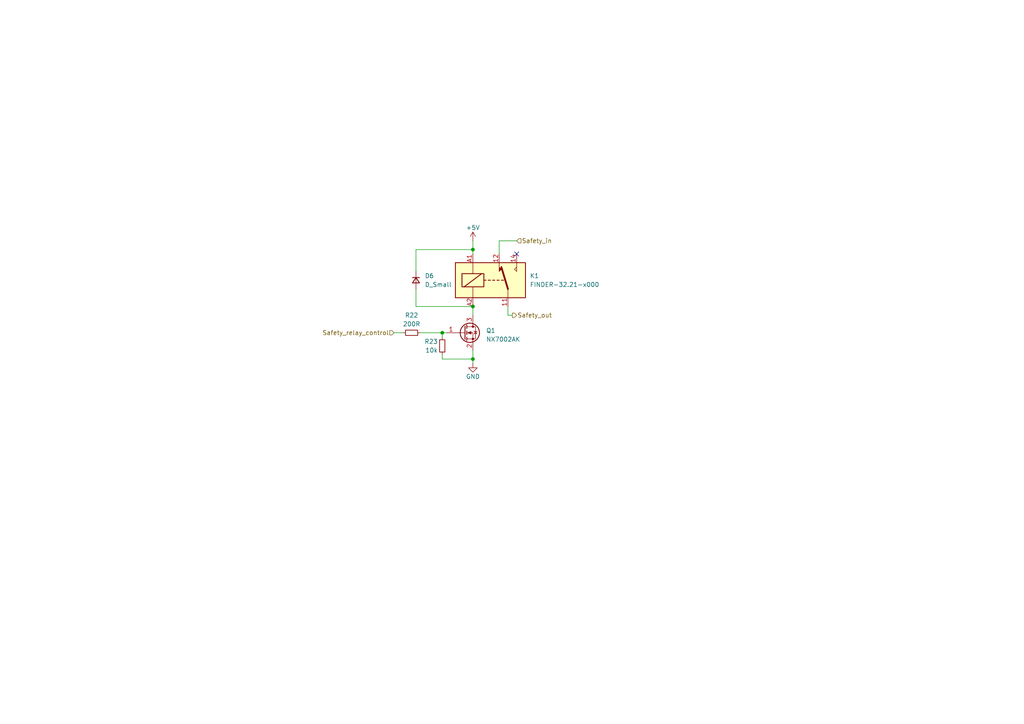
<source format=kicad_sch>
(kicad_sch (version 20230121) (generator eeschema)
  (paper "A4")
  (title_block (title "Safety relay control") (date "2023-03-11") (rev "${REVISION}") (company "Author: Szymon Kostrubiec") (comment 1 "Reviewer:"))
  (lib_symbols
    (symbol "Device:D_Small" (pin_numbers hide) (pin_names (offset 0.254) hide)
      (property "Reference" "D" (at -1.27 2.032 0))
      (property "Value" "D_Small" (at -3.81 -2.032 0))
      (symbol "D_Small_0_1"
        (polyline (pts (xy -0.762 -1.016) (xy -0.762 1.016)) (stroke (width 0.254)))
        (polyline (pts (xy -0.762 0) (xy 0.762 0)))
        (polyline (pts (xy 0.762 -1.016) (xy -0.762 0) (xy 0.762 1.016) (xy 0.762 -1.016)) (stroke (width 0.254)))
      )
      (symbol "D_Small_1_1"
        (pin passive line (at -2.54 0 0) (length 1.778) (name "K") (number "1"))
        (pin passive line (at 2.54 0 180) (length 1.778) (name "A") (number "2"))
      )
    )
    (symbol "Device:R_Small" (pin_numbers hide) (pin_names (offset 0.254) hide)
      (property "Reference" "R" (at 0.762 0.508 0))
      (property "Value" "R_Small" (at 0.762 -1.016 0))
      (symbol "R_Small_0_1"
        (rectangle (start -0.762 1.778) (end 0.762 -1.778) (stroke (width 0.2032)))
      )
      (symbol "R_Small_1_1"
        (pin passive line (at 0 2.54 270) (length 0.762) (name "~") (number "1"))
        (pin passive line (at 0 -2.54 90) (length 0.762) (name "~") (number "2"))
      )
    )
    (symbol "Relay:FINDER-32.21-x000"
      (property "Reference" "K" (at 11.43 3.81 0))
      (property "Value" "FINDER-32.21-x000" (at 11.43 1.27 0))
      (symbol "FINDER-32.21-x000_0_0"
        (polyline (pts (xy 2.54 5.08) (xy 2.54 2.54) (xy 3.175 3.175) (xy 2.54 3.81)) (fill (type outline)))
        (polyline (pts (xy 7.62 5.08) (xy 7.62 2.54) (xy 6.985 3.175) (xy 7.62 3.81)))
      )
      (symbol "FINDER-32.21-x000_0_1"
        (rectangle (start -10.16 5.08) (end 10.16 -5.08) (stroke (width 0.254)) (fill (type background)))
        (rectangle (start -8.255 1.905) (end -1.905 -1.905) (stroke (width 0.254)))
        (polyline (pts (xy -7.62 -1.905) (xy -2.54 1.905)) (stroke (width 0.254)))
        (polyline (pts (xy -5.08 -5.08) (xy -5.08 -1.905)))
        (polyline (pts (xy -5.08 5.08) (xy -5.08 1.905)))
        (polyline (pts (xy -1.905 0) (xy -1.27 0)) (stroke (width 0.254)))
        (polyline (pts (xy -0.635 0) (xy 0 0)) (stroke (width 0.254)))
        (polyline (pts (xy 0.635 0) (xy 1.27 0)) (stroke (width 0.254)))
        (polyline (pts (xy 1.905 0) (xy 2.54 0)) (stroke (width 0.254)))
        (polyline (pts (xy 3.175 0) (xy 3.81 0)) (stroke (width 0.254)))
        (polyline (pts (xy 5.08 -2.54) (xy 3.175 3.81)) (stroke (width 0.508)))
        (polyline (pts (xy 5.08 -2.54) (xy 5.08 -5.08)))
      )
      (symbol "FINDER-32.21-x000_1_1"
        (pin passive line (at 5.08 -7.62 90) (length 2.54) (name "~") (number "11"))
        (pin passive line (at 2.54 7.62 270) (length 2.54) (name "~") (number "12"))
        (pin passive line (at 7.62 7.62 270) (length 2.54) (name "~") (number "14"))
        (pin passive line (at -5.08 7.62 270) (length 2.54) (name "~") (number "A1"))
        (pin passive line (at -5.08 -7.62 90) (length 2.54) (name "~") (number "A2"))
      )
    )
    (symbol "Transistor_FET:2N7002" (pin_names hide)
      (property "Reference" "Q" (at 5.08 1.905 0))
      (property "Value" "2N7002" (at 5.08 0 0))
      (symbol "2N7002_0_1"
        (polyline (pts (xy 0.254 0) (xy -2.54 0)))
        (polyline (pts (xy 0.254 1.905) (xy 0.254 -1.905)) (stroke (width 0.254)))
        (polyline (pts (xy 0.762 -1.27) (xy 0.762 -2.286)) (stroke (width 0.254)))
        (polyline (pts (xy 0.762 0.508) (xy 0.762 -0.508)) (stroke (width 0.254)))
        (polyline (pts (xy 0.762 2.286) (xy 0.762 1.27)) (stroke (width 0.254)))
        (polyline (pts (xy 2.54 2.54) (xy 2.54 1.778)))
        (polyline (pts (xy 2.54 -2.54) (xy 2.54 0) (xy 0.762 0)))
        (polyline (pts (xy 0.762 -1.778) (xy 3.302 -1.778) (xy 3.302 1.778) (xy 0.762 1.778)))
        (polyline (pts (xy 1.016 0) (xy 2.032 0.381) (xy 2.032 -0.381) (xy 1.016 0)) (fill (type outline)))
        (polyline (pts (xy 2.794 0.508) (xy 2.921 0.381) (xy 3.683 0.381) (xy 3.81 0.254)))
        (polyline (pts (xy 3.302 0.381) (xy 2.921 -0.254) (xy 3.683 -0.254) (xy 3.302 0.381)))
        (circle (center 1.651 0) (radius 2.794) (stroke (width 0.254)))
        (circle (center 2.54 -1.778) (radius 0.254) (fill (type outline)))
        (circle (center 2.54 1.778) (radius 0.254) (fill (type outline)))
      )
      (symbol "2N7002_1_1"
        (pin input line (at -5.08 0 0) (length 2.54) (name "G") (number "1"))
        (pin passive line (at 2.54 -5.08 90) (length 2.54) (name "S") (number "2"))
        (pin passive line (at 2.54 5.08 270) (length 2.54) (name "D") (number "3"))
      )
    )
    (symbol "power:+5V" (power) (pin_names (offset 0))
      (property "Value" "+5V" (at 0 3.556 0))
      (symbol "+5V_0_1"
        (polyline (pts (xy -0.762 1.27) (xy 0 2.54)))
        (polyline (pts (xy 0 0) (xy 0 2.54)))
        (polyline (pts (xy 0 2.54) (xy 0.762 1.27)))
      )
      (symbol "+5V_1_1"
        (pin power_in line (at 0 0 90) (length 0) hide (name "+5V") (number "1"))
      )
    )
    (symbol "power:GND" (power) (pin_names (offset 0))
      (property "Value" "GND" (at 0 -3.81 0))
      (symbol "GND_0_1"
        (polyline (pts (xy 0 0) (xy 0 -1.27) (xy 1.27 -1.27) (xy 0 -2.54) (xy -1.27 -1.27) (xy 0 -1.27)))
      )
      (symbol "GND_1_1"
        (pin power_in line (at 0 0 270) (length 0) hide (name "GND") (number "1"))
      )
    )
  )
  (junction (at 137.16 72.39))
  (junction (at 137.16 104.14))
  (junction (at 128.27 96.52))
  (junction (at 137.16 88.9))
  (no_connect (at 149.86 73.66))
  (wire (pts (xy 137.16 88.9) (xy 137.16 91.44)))
  (wire (pts (xy 128.27 104.14) (xy 137.16 104.14)))
  (wire (pts (xy 128.27 97.79) (xy 128.27 96.52)))
  (wire (pts (xy 121.92 96.52) (xy 128.27 96.52)))
  (wire (pts (xy 128.27 102.87) (xy 128.27 104.14)))
  (wire (pts (xy 137.16 101.6) (xy 137.16 104.14)))
  (wire (pts (xy 149.86 69.85) (xy 144.78 69.85)))
  (wire (pts (xy 144.78 69.85) (xy 144.78 73.66)))
  (wire (pts (xy 137.16 104.14) (xy 137.16 105.41)))
  (wire (pts (xy 148.59 91.44) (xy 147.32 91.44)))
  (wire (pts (xy 120.65 88.9) (xy 137.16 88.9)))
  (wire (pts (xy 120.65 83.82) (xy 120.65 88.9)))
  (wire (pts (xy 137.16 72.39) (xy 137.16 73.66)))
  (wire (pts (xy 120.65 78.74) (xy 120.65 72.39)))
  (wire (pts (xy 137.16 69.85) (xy 137.16 72.39)))
  (wire (pts (xy 114.3 96.52) (xy 116.84 96.52)))
  (wire (pts (xy 147.32 91.44) (xy 147.32 88.9)))
  (wire (pts (xy 120.65 72.39) (xy 137.16 72.39)))
  (wire (pts (xy 128.27 96.52) (xy 129.54 96.52)))
  (hierarchical_label "Safety_out" (shape output) (at 148.59 91.44 0))
  (hierarchical_label "Safety_relay_control" (shape input) (at 114.3 96.52 180))
  (hierarchical_label "Safety_in" (shape input) (at 149.86 69.85 0))
  (symbol (lib_id "Device:R_Small") (at 128.27 100.33 0) (mirror y) (unit 1)
    (property "Reference" "R23" (at 127 99.06 0) (effects (justify left)))
    (property "Value" "10k" (at 127 101.6 0) (effects (justify left)))
    (property "Footprint" "Resistor_SMD:R_0402_1005Metric" (effects hide))
  )
  (symbol (lib_id "Relay:FINDER-32.21-x000") (at 142.24 81.28 0) (unit 1)
    (property "Reference" "K1" (at 153.67 80.01 0) (effects (justify left)))
    (property "Value" "FINDER-32.21-x000" (at 153.67 82.55 0) (effects (justify left)))
    (property "Footprint" "Relay_THT:Relay_SPDT_Finder_32.21-x000" (effects hide))
    (property "Datasheet" "https://gfinder.findernet.com/assets/Series/355/S32EN.pdf" (effects hide))
  )
  (symbol (lib_id "Transistor_FET:2N7002") (at 134.62 96.52 0) (unit 1)
    (property "Reference" "Q1" (at 140.97 95.885 0) (effects (justify left)))
    (property "Value" "NX7002AK" (at 140.97 98.425 0) (effects (justify left)))
    (property "Footprint" "Package_TO_SOT_SMD:SOT-23" (effects hide))
    (property "Datasheet" "https://www.mouser.pl/datasheet/2/916/NX7002AK-1360313.pdf" (effects hide))
  )
  (symbol (lib_id "Device:D_Small") (at 120.65 81.28 270) (unit 1)
    (property "Reference" "D6" (at 123.19 80.01 90) (effects (justify left)))
    (property "Value" "D_Small" (at 123.19 82.55 90) (effects (justify left)))
    (property "Footprint" "Diode_SMD:D_0805_2012Metric_Pad1.15x1.40mm_HandSolder" (effects hide))
    (property "Sim.Device" "D" (effects hide))
    (property "Sim.Pins" "1=K 2=A" (effects hide))
  )
  (symbol (lib_id "power:+5V") (at 137.16 69.85 0) (unit 1)
    (property "Reference" "#PWR079" (effects hide))
    (property "Value" "+5V" (at 137.16 66.04 0))
  )
  (symbol (lib_id "power:GND") (at 137.16 105.41 0) (unit 1)
    (property "Reference" "#PWR080" (effects hide))
    (property "Value" "GND" (at 137.16 109.22 0))
  )
  (symbol (lib_id "Device:R_Small") (at 119.38 96.52 90) (unit 1)
    (property "Reference" "R22" (at 119.38 91.44 90))
    (property "Value" "200R" (at 119.38 93.98 90))
    (property "Footprint" "Resistor_SMD:R_0402_1005Metric" (effects hide))
  )
)
</source>
